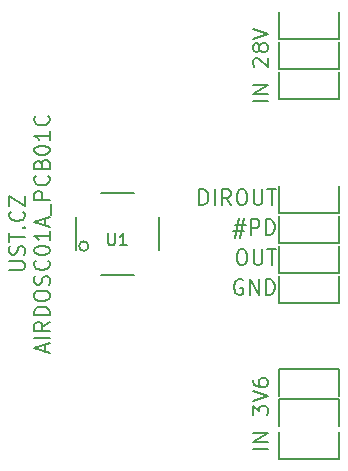
<source format=gbr>
%TF.GenerationSoftware,KiCad,Pcbnew,6.0.11+dfsg-1~bpo11+1*%
%TF.CreationDate,2023-05-28T01:23:12+00:00*%
%TF.ProjectId,SIPM02,5349504d-3032-42e6-9b69-6361645f7063,rev?*%
%TF.SameCoordinates,Original*%
%TF.FileFunction,Legend,Top*%
%TF.FilePolarity,Positive*%
%FSLAX46Y46*%
G04 Gerber Fmt 4.6, Leading zero omitted, Abs format (unit mm)*
G04 Created by KiCad (PCBNEW 6.0.11+dfsg-1~bpo11+1) date 2023-05-28 01:23:12*
%MOMM*%
%LPD*%
G01*
G04 APERTURE LIST*
%ADD10C,0.200000*%
%ADD11C,0.150000*%
G04 APERTURE END LIST*
D10*
X20220619Y21106571D02*
X21149190Y21106571D01*
X20592047Y21663714D02*
X20220619Y19992285D01*
X21025380Y20549428D02*
X20096809Y20549428D01*
X20653952Y19992285D02*
X21025380Y21663714D01*
X21582523Y20239904D02*
X21582523Y21539904D01*
X22077761Y21539904D01*
X22201571Y21478000D01*
X22263476Y21416095D01*
X22325380Y21292285D01*
X22325380Y21106571D01*
X22263476Y20982761D01*
X22201571Y20920857D01*
X22077761Y20858952D01*
X21582523Y20858952D01*
X22882523Y20239904D02*
X22882523Y21539904D01*
X23192047Y21539904D01*
X23377761Y21478000D01*
X23501571Y21354190D01*
X23563476Y21230380D01*
X23625380Y20982761D01*
X23625380Y20797047D01*
X23563476Y20549428D01*
X23501571Y20425619D01*
X23377761Y20301809D01*
X23192047Y20239904D01*
X22882523Y20239904D01*
X20715857Y18999904D02*
X20963476Y18999904D01*
X21087285Y18938000D01*
X21211095Y18814190D01*
X21273000Y18566571D01*
X21273000Y18133238D01*
X21211095Y17885619D01*
X21087285Y17761809D01*
X20963476Y17699904D01*
X20715857Y17699904D01*
X20592047Y17761809D01*
X20468238Y17885619D01*
X20406333Y18133238D01*
X20406333Y18566571D01*
X20468238Y18814190D01*
X20592047Y18938000D01*
X20715857Y18999904D01*
X21830142Y18999904D02*
X21830142Y17947523D01*
X21892047Y17823714D01*
X21953952Y17761809D01*
X22077761Y17699904D01*
X22325380Y17699904D01*
X22449190Y17761809D01*
X22511095Y17823714D01*
X22573000Y17947523D01*
X22573000Y18999904D01*
X23006333Y18999904D02*
X23749190Y18999904D01*
X23377761Y17699904D02*
X23377761Y18999904D01*
X20901571Y16398000D02*
X20777761Y16459904D01*
X20592047Y16459904D01*
X20406333Y16398000D01*
X20282523Y16274190D01*
X20220619Y16150380D01*
X20158714Y15902761D01*
X20158714Y15717047D01*
X20220619Y15469428D01*
X20282523Y15345619D01*
X20406333Y15221809D01*
X20592047Y15159904D01*
X20715857Y15159904D01*
X20901571Y15221809D01*
X20963476Y15283714D01*
X20963476Y15717047D01*
X20715857Y15717047D01*
X21520619Y15159904D02*
X21520619Y16459904D01*
X22263476Y15159904D01*
X22263476Y16459904D01*
X22882523Y15159904D02*
X22882523Y16459904D01*
X23192047Y16459904D01*
X23377761Y16398000D01*
X23501571Y16274190D01*
X23563476Y16150380D01*
X23625380Y15902761D01*
X23625380Y15717047D01*
X23563476Y15469428D01*
X23501571Y15345619D01*
X23377761Y15221809D01*
X23192047Y15159904D01*
X22882523Y15159904D01*
X23067095Y31572571D02*
X21767095Y31572571D01*
X23067095Y32191619D02*
X21767095Y32191619D01*
X23067095Y32934476D01*
X21767095Y32934476D01*
X21890904Y34482095D02*
X21829000Y34544000D01*
X21767095Y34667809D01*
X21767095Y34977333D01*
X21829000Y35101142D01*
X21890904Y35163047D01*
X22014714Y35224952D01*
X22138523Y35224952D01*
X22324238Y35163047D01*
X23067095Y34420190D01*
X23067095Y35224952D01*
X22324238Y35967809D02*
X22262333Y35844000D01*
X22200428Y35782095D01*
X22076619Y35720190D01*
X22014714Y35720190D01*
X21890904Y35782095D01*
X21829000Y35844000D01*
X21767095Y35967809D01*
X21767095Y36215428D01*
X21829000Y36339238D01*
X21890904Y36401142D01*
X22014714Y36463047D01*
X22076619Y36463047D01*
X22200428Y36401142D01*
X22262333Y36339238D01*
X22324238Y36215428D01*
X22324238Y35967809D01*
X22386142Y35844000D01*
X22448047Y35782095D01*
X22571857Y35720190D01*
X22819476Y35720190D01*
X22943285Y35782095D01*
X23005190Y35844000D01*
X23067095Y35967809D01*
X23067095Y36215428D01*
X23005190Y36339238D01*
X22943285Y36401142D01*
X22819476Y36463047D01*
X22571857Y36463047D01*
X22448047Y36401142D01*
X22386142Y36339238D01*
X22324238Y36215428D01*
X21767095Y36834476D02*
X23067095Y37267809D01*
X21767095Y37701142D01*
X23067095Y2108571D02*
X21767095Y2108571D01*
X23067095Y2727619D02*
X21767095Y2727619D01*
X23067095Y3470476D01*
X21767095Y3470476D01*
X21767095Y4956190D02*
X21767095Y5760952D01*
X22262333Y5327619D01*
X22262333Y5513333D01*
X22324238Y5637142D01*
X22386142Y5699047D01*
X22509952Y5760952D01*
X22819476Y5760952D01*
X22943285Y5699047D01*
X23005190Y5637142D01*
X23067095Y5513333D01*
X23067095Y5141904D01*
X23005190Y5018095D01*
X22943285Y4956190D01*
X21767095Y6132380D02*
X23067095Y6565714D01*
X21767095Y6999047D01*
X21767095Y7989523D02*
X21767095Y7741904D01*
X21829000Y7618095D01*
X21890904Y7556190D01*
X22076619Y7432380D01*
X22324238Y7370476D01*
X22819476Y7370476D01*
X22943285Y7432380D01*
X23005190Y7494285D01*
X23067095Y7618095D01*
X23067095Y7865714D01*
X23005190Y7989523D01*
X22943285Y8051428D01*
X22819476Y8113333D01*
X22509952Y8113333D01*
X22386142Y8051428D01*
X22324238Y7989523D01*
X22262333Y7865714D01*
X22262333Y7618095D01*
X22324238Y7494285D01*
X22386142Y7432380D01*
X22509952Y7370476D01*
X1162595Y17255714D02*
X2214976Y17255714D01*
X2338785Y17317619D01*
X2400690Y17379523D01*
X2462595Y17503333D01*
X2462595Y17750952D01*
X2400690Y17874761D01*
X2338785Y17936666D01*
X2214976Y17998571D01*
X1162595Y17998571D01*
X2400690Y18555714D02*
X2462595Y18741428D01*
X2462595Y19050952D01*
X2400690Y19174761D01*
X2338785Y19236666D01*
X2214976Y19298571D01*
X2091166Y19298571D01*
X1967357Y19236666D01*
X1905452Y19174761D01*
X1843547Y19050952D01*
X1781642Y18803333D01*
X1719738Y18679523D01*
X1657833Y18617619D01*
X1534023Y18555714D01*
X1410214Y18555714D01*
X1286404Y18617619D01*
X1224500Y18679523D01*
X1162595Y18803333D01*
X1162595Y19112857D01*
X1224500Y19298571D01*
X1162595Y19670000D02*
X1162595Y20412857D01*
X2462595Y20041428D02*
X1162595Y20041428D01*
X2338785Y20846190D02*
X2400690Y20908095D01*
X2462595Y20846190D01*
X2400690Y20784285D01*
X2338785Y20846190D01*
X2462595Y20846190D01*
X2338785Y22208095D02*
X2400690Y22146190D01*
X2462595Y21960476D01*
X2462595Y21836666D01*
X2400690Y21650952D01*
X2276880Y21527142D01*
X2153071Y21465238D01*
X1905452Y21403333D01*
X1719738Y21403333D01*
X1472119Y21465238D01*
X1348309Y21527142D01*
X1224500Y21650952D01*
X1162595Y21836666D01*
X1162595Y21960476D01*
X1224500Y22146190D01*
X1286404Y22208095D01*
X1162595Y22641428D02*
X1162595Y23508095D01*
X2462595Y22641428D01*
X2462595Y23508095D01*
X4184166Y10322380D02*
X4184166Y10941428D01*
X4555595Y10198571D02*
X3255595Y10631904D01*
X4555595Y11065238D01*
X4555595Y11498571D02*
X3255595Y11498571D01*
X4555595Y12860476D02*
X3936547Y12427142D01*
X4555595Y12117619D02*
X3255595Y12117619D01*
X3255595Y12612857D01*
X3317499Y12736666D01*
X3379404Y12798571D01*
X3503214Y12860476D01*
X3688928Y12860476D01*
X3812738Y12798571D01*
X3874642Y12736666D01*
X3936547Y12612857D01*
X3936547Y12117619D01*
X4555595Y13417619D02*
X3255595Y13417619D01*
X3255595Y13727142D01*
X3317499Y13912857D01*
X3441309Y14036666D01*
X3565119Y14098571D01*
X3812738Y14160476D01*
X3998452Y14160476D01*
X4246071Y14098571D01*
X4369880Y14036666D01*
X4493690Y13912857D01*
X4555595Y13727142D01*
X4555595Y13417619D01*
X3255595Y14965238D02*
X3255595Y15212857D01*
X3317499Y15336666D01*
X3441309Y15460476D01*
X3688928Y15522380D01*
X4122261Y15522380D01*
X4369880Y15460476D01*
X4493690Y15336666D01*
X4555595Y15212857D01*
X4555595Y14965238D01*
X4493690Y14841428D01*
X4369880Y14717619D01*
X4122261Y14655714D01*
X3688928Y14655714D01*
X3441309Y14717619D01*
X3317499Y14841428D01*
X3255595Y14965238D01*
X4493690Y16017619D02*
X4555595Y16203333D01*
X4555595Y16512857D01*
X4493690Y16636666D01*
X4431785Y16698571D01*
X4307976Y16760476D01*
X4184166Y16760476D01*
X4060357Y16698571D01*
X3998452Y16636666D01*
X3936547Y16512857D01*
X3874642Y16265238D01*
X3812738Y16141428D01*
X3750833Y16079523D01*
X3627023Y16017619D01*
X3503214Y16017619D01*
X3379404Y16079523D01*
X3317500Y16141428D01*
X3255595Y16265238D01*
X3255595Y16574761D01*
X3317500Y16760476D01*
X4431785Y18060476D02*
X4493690Y17998571D01*
X4555595Y17812857D01*
X4555595Y17689047D01*
X4493690Y17503333D01*
X4369880Y17379523D01*
X4246071Y17317619D01*
X3998452Y17255714D01*
X3812738Y17255714D01*
X3565119Y17317619D01*
X3441309Y17379523D01*
X3317500Y17503333D01*
X3255595Y17689047D01*
X3255595Y17812857D01*
X3317500Y17998571D01*
X3379404Y18060476D01*
X3255595Y18865238D02*
X3255595Y18989047D01*
X3317500Y19112857D01*
X3379404Y19174761D01*
X3503214Y19236666D01*
X3750833Y19298571D01*
X4060357Y19298571D01*
X4307976Y19236666D01*
X4431785Y19174761D01*
X4493690Y19112857D01*
X4555595Y18989047D01*
X4555595Y18865238D01*
X4493690Y18741428D01*
X4431785Y18679523D01*
X4307976Y18617619D01*
X4060357Y18555714D01*
X3750833Y18555714D01*
X3503214Y18617619D01*
X3379404Y18679523D01*
X3317500Y18741428D01*
X3255595Y18865238D01*
X4555595Y20536666D02*
X4555595Y19793809D01*
X4555595Y20165238D02*
X3255595Y20165238D01*
X3441309Y20041428D01*
X3565119Y19917619D01*
X3627023Y19793809D01*
X4184166Y21031904D02*
X4184166Y21650952D01*
X4555595Y20908095D02*
X3255595Y21341428D01*
X4555595Y21774761D01*
X4679404Y21898571D02*
X4679404Y22889047D01*
X4555595Y23198571D02*
X3255595Y23198571D01*
X3255595Y23693809D01*
X3317500Y23817619D01*
X3379404Y23879523D01*
X3503214Y23941428D01*
X3688928Y23941428D01*
X3812738Y23879523D01*
X3874642Y23817619D01*
X3936547Y23693809D01*
X3936547Y23198571D01*
X4431785Y25241428D02*
X4493690Y25179523D01*
X4555595Y24993809D01*
X4555595Y24870000D01*
X4493690Y24684285D01*
X4369880Y24560476D01*
X4246071Y24498571D01*
X3998452Y24436666D01*
X3812738Y24436666D01*
X3565119Y24498571D01*
X3441309Y24560476D01*
X3317500Y24684285D01*
X3255595Y24870000D01*
X3255595Y24993809D01*
X3317500Y25179523D01*
X3379404Y25241428D01*
X3874642Y26231904D02*
X3936547Y26417619D01*
X3998452Y26479523D01*
X4122261Y26541428D01*
X4307976Y26541428D01*
X4431785Y26479523D01*
X4493690Y26417619D01*
X4555595Y26293809D01*
X4555595Y25798571D01*
X3255595Y25798571D01*
X3255595Y26231904D01*
X3317500Y26355714D01*
X3379404Y26417619D01*
X3503214Y26479523D01*
X3627023Y26479523D01*
X3750833Y26417619D01*
X3812738Y26355714D01*
X3874642Y26231904D01*
X3874642Y25798571D01*
X3255595Y27346190D02*
X3255595Y27470000D01*
X3317500Y27593809D01*
X3379404Y27655714D01*
X3503214Y27717619D01*
X3750833Y27779523D01*
X4060357Y27779523D01*
X4307976Y27717619D01*
X4431785Y27655714D01*
X4493690Y27593809D01*
X4555595Y27470000D01*
X4555595Y27346190D01*
X4493690Y27222380D01*
X4431785Y27160476D01*
X4307976Y27098571D01*
X4060357Y27036666D01*
X3750833Y27036666D01*
X3503214Y27098571D01*
X3379404Y27160476D01*
X3317500Y27222380D01*
X3255595Y27346190D01*
X4555595Y29017619D02*
X4555595Y28274761D01*
X4555595Y28646190D02*
X3255595Y28646190D01*
X3441309Y28522380D01*
X3565119Y28398571D01*
X3627023Y28274761D01*
X4431785Y30317619D02*
X4493690Y30255714D01*
X4555595Y30070000D01*
X4555595Y29946190D01*
X4493690Y29760476D01*
X4369880Y29636666D01*
X4246071Y29574761D01*
X3998452Y29512857D01*
X3812738Y29512857D01*
X3565119Y29574761D01*
X3441309Y29636666D01*
X3317500Y29760476D01*
X3255595Y29946190D01*
X3255595Y30070000D01*
X3317500Y30255714D01*
X3379404Y30317619D01*
X17249190Y22779904D02*
X17249190Y24079904D01*
X17558714Y24079904D01*
X17744428Y24018000D01*
X17868238Y23894190D01*
X17930142Y23770380D01*
X17992047Y23522761D01*
X17992047Y23337047D01*
X17930142Y23089428D01*
X17868238Y22965619D01*
X17744428Y22841809D01*
X17558714Y22779904D01*
X17249190Y22779904D01*
X18549190Y22779904D02*
X18549190Y24079904D01*
X19911095Y22779904D02*
X19477761Y23398952D01*
X19168238Y22779904D02*
X19168238Y24079904D01*
X19663476Y24079904D01*
X19787285Y24018000D01*
X19849190Y23956095D01*
X19911095Y23832285D01*
X19911095Y23646571D01*
X19849190Y23522761D01*
X19787285Y23460857D01*
X19663476Y23398952D01*
X19168238Y23398952D01*
X20715857Y24079904D02*
X20963476Y24079904D01*
X21087285Y24018000D01*
X21211095Y23894190D01*
X21273000Y23646571D01*
X21273000Y23213238D01*
X21211095Y22965619D01*
X21087285Y22841809D01*
X20963476Y22779904D01*
X20715857Y22779904D01*
X20592047Y22841809D01*
X20468238Y22965619D01*
X20406333Y23213238D01*
X20406333Y23646571D01*
X20468238Y23894190D01*
X20592047Y24018000D01*
X20715857Y24079904D01*
X21830142Y24079904D02*
X21830142Y23027523D01*
X21892047Y22903714D01*
X21953952Y22841809D01*
X22077761Y22779904D01*
X22325380Y22779904D01*
X22449190Y22841809D01*
X22511095Y22903714D01*
X22573000Y23027523D01*
X22573000Y24079904D01*
X23006333Y24079904D02*
X23749190Y24079904D01*
X23377761Y22779904D02*
X23377761Y24079904D01*
D11*
%TO.C,U1*%
X9525095Y20367619D02*
X9525095Y19558095D01*
X9572714Y19462857D01*
X9620333Y19415238D01*
X9715571Y19367619D01*
X9906047Y19367619D01*
X10001285Y19415238D01*
X10048904Y19462857D01*
X10096523Y19558095D01*
X10096523Y20367619D01*
X11096523Y19367619D02*
X10525095Y19367619D01*
X10810809Y19367619D02*
X10810809Y20367619D01*
X10715571Y20224761D01*
X10620333Y20129523D01*
X10525095Y20081904D01*
%TO.C,J10*%
X29083000Y21844000D02*
X29083000Y19558000D01*
X29083000Y19558000D02*
X24003000Y19558000D01*
X24003000Y19558000D02*
X24003000Y21844000D01*
%TO.C,J8*%
X24003000Y17018000D02*
X24003000Y19304000D01*
X29083000Y17018000D02*
X24003000Y17018000D01*
X29083000Y19304000D02*
X29083000Y17018000D01*
%TO.C,J4*%
X29083000Y3556000D02*
X29083000Y1270000D01*
X29083000Y1270000D02*
X24003000Y1270000D01*
X24003000Y1270000D02*
X24003000Y3556000D01*
%TO.C,J9*%
X29083000Y14478000D02*
X24003000Y14478000D01*
X29083000Y16764000D02*
X29083000Y14478000D01*
X24003000Y14478000D02*
X24003000Y16764000D01*
%TO.C,U1*%
X8887000Y23820000D02*
X11687000Y23820000D01*
X6787000Y18920000D02*
X6787000Y21720000D01*
X11687000Y16820000D02*
X8887000Y16820000D01*
X13787000Y21720000D02*
X13787000Y18920000D01*
X7856509Y19291300D02*
G75*
G03*
X7856509Y19291300I-401609J0D01*
G01*
%TO.C,J1*%
X24003000Y31750000D02*
X24003000Y34036000D01*
X29083000Y34036000D02*
X29083000Y31750000D01*
X29083000Y31750000D02*
X24003000Y31750000D01*
%TO.C,J2*%
X24003000Y34290000D02*
X24003000Y36576000D01*
X29083000Y36576000D02*
X29083000Y34290000D01*
X29083000Y34290000D02*
X24003000Y34290000D01*
%TO.C,J3*%
X29083000Y39116000D02*
X29083000Y36830000D01*
X29083000Y36830000D02*
X24003000Y36830000D01*
X24003000Y36830000D02*
X24003000Y39116000D01*
%TO.C,J5*%
X29083000Y6350000D02*
X29083000Y4064000D01*
X24003000Y4064000D02*
X24003000Y6350000D01*
X24003000Y6350000D02*
X29083000Y6350000D01*
%TO.C,J6*%
X24003000Y8890000D02*
X29083000Y8890000D01*
X29083000Y8890000D02*
X29083000Y6604000D01*
X24003000Y6604000D02*
X24003000Y8890000D01*
%TO.C,J7*%
X24003000Y22098000D02*
X24003000Y24384000D01*
X29083000Y24384000D02*
X29083000Y22098000D01*
X29083000Y22098000D02*
X24003000Y22098000D01*
%TD*%
M02*

</source>
